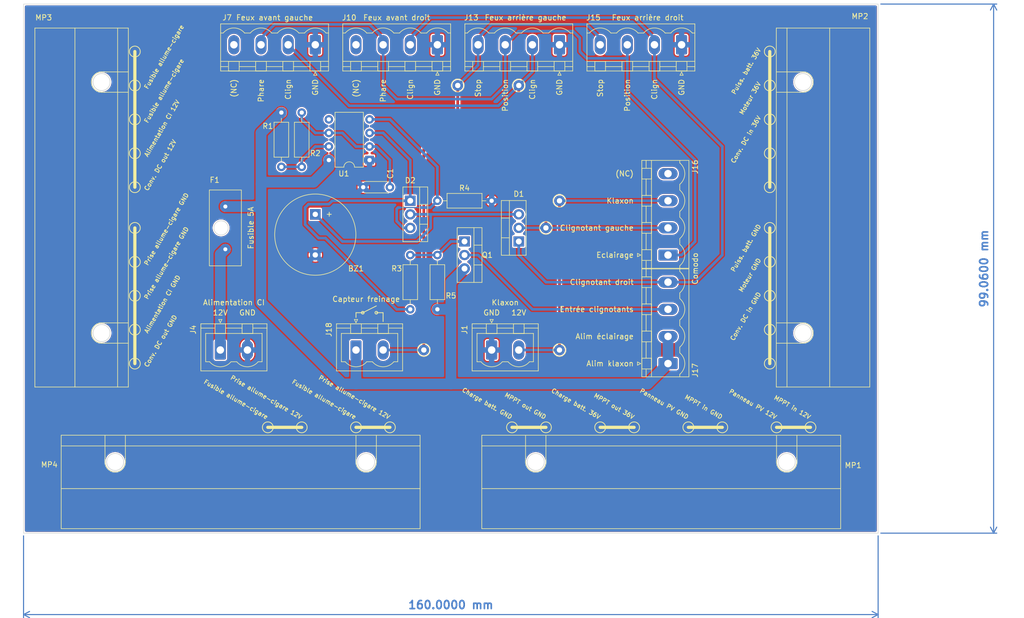
<source format=kicad_pcb>
(kicad_pcb (version 20211014) (generator pcbnew)

  (general
    (thickness 1.6)
  )

  (paper "A4")
  (layers
    (0 "F.Cu" signal)
    (31 "B.Cu" signal)
    (32 "B.Adhes" user "B.Adhesive")
    (33 "F.Adhes" user "F.Adhesive")
    (34 "B.Paste" user)
    (35 "F.Paste" user)
    (36 "B.SilkS" user "B.Silkscreen")
    (37 "F.SilkS" user "F.Silkscreen")
    (38 "B.Mask" user)
    (39 "F.Mask" user)
    (40 "Dwgs.User" user "User.Drawings")
    (41 "Cmts.User" user "User.Comments")
    (42 "Eco1.User" user "User.Eco1")
    (43 "Eco2.User" user "User.Eco2")
    (44 "Edge.Cuts" user)
    (45 "Margin" user)
    (46 "B.CrtYd" user "B.Courtyard")
    (47 "F.CrtYd" user "F.Courtyard")
    (48 "B.Fab" user)
    (49 "F.Fab" user)
    (50 "User.1" user)
    (51 "User.2" user)
    (52 "User.3" user)
    (53 "User.4" user)
    (54 "User.5" user)
    (55 "User.6" user)
    (56 "User.7" user)
    (57 "User.8" user)
    (58 "User.9" user)
  )

  (setup
    (stackup
      (layer "F.SilkS" (type "Top Silk Screen"))
      (layer "F.Paste" (type "Top Solder Paste"))
      (layer "F.Mask" (type "Top Solder Mask") (thickness 0.01))
      (layer "F.Cu" (type "copper") (thickness 0.035))
      (layer "dielectric 1" (type "core") (thickness 1.51) (material "FR4") (epsilon_r 4.5) (loss_tangent 0.02))
      (layer "B.Cu" (type "copper") (thickness 0.035))
      (layer "B.Mask" (type "Bottom Solder Mask") (thickness 0.01))
      (layer "B.Paste" (type "Bottom Solder Paste"))
      (layer "B.SilkS" (type "Bottom Silk Screen"))
      (copper_finish "None")
      (dielectric_constraints no)
    )
    (pad_to_mask_clearance 0)
    (pcbplotparams
      (layerselection 0x00010e0_ffffffff)
      (disableapertmacros false)
      (usegerberextensions false)
      (usegerberattributes true)
      (usegerberadvancedattributes true)
      (creategerberjobfile true)
      (svguseinch false)
      (svgprecision 6)
      (excludeedgelayer true)
      (plotframeref false)
      (viasonmask false)
      (mode 1)
      (useauxorigin false)
      (hpglpennumber 1)
      (hpglpenspeed 20)
      (hpglpendiameter 15.000000)
      (dxfpolygonmode true)
      (dxfimperialunits true)
      (dxfusepcbnewfont true)
      (psnegative false)
      (psa4output false)
      (plotreference true)
      (plotvalue true)
      (plotinvisibletext false)
      (sketchpadsonfab false)
      (subtractmaskfromsilk false)
      (outputformat 1)
      (mirror false)
      (drillshape 0)
      (scaleselection 1)
      (outputdirectory "")
    )
  )

  (net 0 "")
  (net 1 "GND")
  (net 2 "Net-(F1-Pad2)")
  (net 3 "Net-(D1-Pad1)")
  (net 4 "Net-(D1-Pad2)")
  (net 5 "unconnected-(J7-Pad4)")
  (net 6 "unconnected-(J10-Pad4)")
  (net 7 "Net-(J10-Pad3)")
  (net 8 "Net-(J13-Pad4)")
  (net 9 "Net-(J1-Pad2)")
  (net 10 "/Flasher/Out")
  (net 11 "unconnected-(J17-Pad4)")
  (net 12 "/12V_5A")
  (net 13 "Net-(Q1-Pad1)")
  (net 14 "Net-(C1-Pad1)")
  (net 15 "Net-(D2-Pad1)")
  (net 16 "Net-(D2-Pad3)")
  (net 17 "unconnected-(U1-Pad5)")
  (net 18 "Net-(R1-Pad2)")
  (net 19 "/Flasher/Enable")

  (footprint "circuit:Wago_221-500_SplicingConnectorHolder" (layer "F.Cu") (at 94.615 72.39 90))

  (footprint "Buzzer_Beeper:Buzzer_15x7.5RM7.6" (layer "F.Cu") (at 134.62 73.66 -90))

  (footprint "circuit:Strap_D2.0mm_Drill1.0mm" (layer "F.Cu") (at 172.72 49.53))

  (footprint "circuit:Wago_221-500_SplicingConnectorHolder" (layer "F.Cu") (at 120.65 120.015 180))

  (footprint "circuit:Littelfuse_FuseHolder_FL1_178.6764.0001" (layer "F.Cu") (at 117.78 76.2 -90))

  (footprint "circuit:Generic_HeaderSocket_1x02_P5.08mm_Vertical_Open" (layer "F.Cu") (at 116.84 99.06))

  (footprint "Resistor_THT:R_Axial_DIN0207_L6.3mm_D2.5mm_P10.16mm_Horizontal" (layer "F.Cu") (at 152.4 91.44 90))

  (footprint "circuit:Generic_HeaderSocket_1x04_P5.08mm_Vertical_Open" (layer "F.Cu") (at 180.34 41.91 180))

  (footprint "Package_DIP:DIP-8_W7.62mm" (layer "F.Cu") (at 144.78 63.5 180))

  (footprint "circuit:Strap_D2.0mm_Drill1.0mm" (layer "F.Cu") (at 177.8 76.2))

  (footprint "circuit:Strap_D2.0mm_Drill1.0mm" (layer "F.Cu") (at 180.34 99.06))

  (footprint "circuit:Generic_HeaderSocket_1x04_P5.08mm_Vertical_Open" (layer "F.Cu") (at 203.2 41.91 180))

  (footprint "Package_TO_SOT_THT:TO-220-3_Vertical" (layer "F.Cu") (at 172.72 78.74 90))

  (footprint "circuit:Generic_HeaderSocket_1x04_P5.08mm_Vertical_Open" (layer "F.Cu") (at 134.62 41.91 180))

  (footprint "Package_TO_SOT_THT:TO-220-3_Vertical" (layer "F.Cu") (at 152.4 71.12 -90))

  (footprint "circuit:Generic_HeaderSocket_1x04_P5.08mm_Vertical_Open" (layer "F.Cu") (at 200.66 101.6 90))

  (footprint "Resistor_THT:R_Axial_DIN0207_L6.3mm_D2.5mm_P10.16mm_Horizontal" (layer "F.Cu") (at 157.48 91.44 90))

  (footprint "circuit:Wago_221-500_SplicingConnectorHolder" (layer "F.Cu") (at 225.933 72.39 -90))

  (footprint "Resistor_THT:R_Axial_DIN0207_L6.3mm_D2.5mm_P10.16mm_Horizontal" (layer "F.Cu") (at 157.48 71.12))

  (footprint "circuit:Strap_D2.0mm_Drill1.0mm" (layer "F.Cu") (at 154.94 99.06))

  (footprint "Resistor_THT:R_Axial_DIN0207_L6.3mm_D2.5mm_P10.16mm_Horizontal" (layer "F.Cu") (at 128.27 54.61 -90))

  (footprint "Resistor_THT:R_Axial_DIN0207_L6.3mm_D2.5mm_P10.16mm_Horizontal" (layer "F.Cu") (at 132.08 64.77 90))

  (footprint "circuit:Strap_D2.0mm_Drill1.0mm" (layer "F.Cu") (at 180.34 71.12))

  (footprint "Capacitor_THT:C_Disc_D4.3mm_W1.9mm_P5.00mm" (layer "F.Cu") (at 148.59 68.58 180))

  (footprint "circuit:Strap_D2.0mm_Drill1.0mm" (layer "F.Cu") (at 161.29 49.53))

  (footprint "circuit:Generic_HeaderSocket_1x02_P5.08mm_Vertical_Open" (layer "F.Cu") (at 167.64 99.06))

  (footprint "circuit:Wago_221-500_SplicingConnectorHolder" (layer "F.Cu") (at 199.39 120.015 180))

  (footprint "circuit:Generic_HeaderSocket_1x02_P5.08mm_Vertical_Open" (layer "F.Cu") (at 142.24 99.06))

  (footprint "circuit:Generic_HeaderSocket_1x04_P5.08mm_Vertical_Open" (layer "F.Cu") (at 200.66 81.28 90))

  (footprint "Package_TO_SOT_THT:TO-220-3_Vertical" (layer "F.Cu") (at 162.56 78.74 -90))

  (footprint "circuit:Generic_HeaderSocket_1x04_P5.08mm_Vertical_Open" (layer "F.Cu") (at 157.48 41.91 180))

  (gr_circle (center 219.71 43.18) (end 219.71 44.196) (layer "F.SilkS") (width 0.15) (fill none) (tstamp 00cc452e-ba96-4e88-af55-18733b4ebc37))
  (gr_line (start 143.51 92.075) (end 146.05 90.805) (layer "F.SilkS") (width 0.15) (tstamp 037ebb6b-c1e3-482d-a0fb-4947fbe14174))
  (gr_circle (center 227.33 113.538) (end 228.346 113.538) (layer "F.SilkS") (width 0.15) (fill none) (tstamp 055fcf87-c6aa-4d3a-b430-5d09e34b74e5))
  (gr_circle (center 100.838 82.55) (end 100.838 83.566) (layer "F.SilkS") (width 0.15) (fill none) (tstamp 0b32eb5e-cf7d-4f91-a80b-b69cb363145f))
  (gr_circle (center 100.838 55.88) (end 100.838 56.896) (layer "F.SilkS") (width 0.15) (fill none) (tstamp 0d55e7a3-dc43-43c6-9a9a-2009d8d31a46))
  (gr_circle (center 219.71 101.6) (end 219.71 102.616) (layer "F.SilkS") (width 0.15) (fill none) (tstamp 0e0ef8f7-8f11-42c6-a45f-df3b4592f844))
  (gr_circle (center 100.838 76.2) (end 100.838 77.216) (layer "F.SilkS") (width 0.15) (fill none) (tstamp 1c60a30a-615f-448b-a49b-d8cc700366e8))
  (gr_circle (center 219.71 55.88) (end 219.71 56.896) (layer "F.SilkS") (width 0.15) (fill none) (tstamp 1eb217a3-880e-4df2-9811-286c14ac7f74))
  (gr_circle (center 100.838 49.53) (end 100.838 50.546) (layer "F.SilkS") (width 0.15) (fill none) (tstamp 21c33e54-0519-410a-b68d-8ed076ea3b1e))
  (gr_circle (center 219.71 95.25) (end 219.71 96.266) (layer "F.SilkS") (width 0.15) (fill none) (tstamp 22f715ec-100a-4c8e-ab3e-fe94307aa39f))
  (gr_line (start 142.24 92.075) (end 143.51 92.075) (layer "F.SilkS") (width 0.15) (tstamp 2665a517-cfa8-4700-85c7-f742ee9f908d))
  (gr_line (start 219.71 101.6) (end 219.71 76.2) (layer "F.SilkS") (width 0.6) (tstamp 267ab17e-424b-4c5b-bf96-65deaaa5db5d))
  (gr_line (start 171.45 113.538) (end 177.8 113.538) (layer "F.SilkS") (width 0.6) (tstamp 276e2239-1b6d-4c52-a207-9385ed3216ee))
  (gr_circle (center 204.47 113.538) (end 204.47 114.554) (layer "F.SilkS") (width 0.15) (fill none) (tstamp 30a29d66-4141-4259-8081-d6952d8bac58))
  (gr_line (start 142.24 92.964) (end 142.24 92.075) (layer "F.SilkS") (width 0.15) (tstamp 317163f5-2dcf-44f7-ad22-042c6ecaf6a0))
  (gr_circle (center 219.71 76.2) (end 219.71 77.216) (layer "F.SilkS") (width 0.15) (fill none) (tstamp 3415d0f1-a5ec-4da2-977b-59cdf177a34e))
  (gr_circle (center 143.51 92.075) (end 143.51 92.329) (layer "F.SilkS") (width 0.15) (fill none) (tstamp 3ba68855-4f8b-4d02-b57a-7a757e623ac6))
  (gr_line (start 147.32 93.726) (end 147.32 92.075) (layer "F.SilkS") (width 0.15) (tstamp 4884cbfa-0b58-4e04-88a2-8b0679a49cfe))
  (gr_circle (center 177.8 113.538) (end 178.816 113.538) (layer "F.SilkS") (width 0.15) (fill none) (tstamp 4ae8d5b6-ac5e-42d2-b8f3-c8cc021daa80))
  (gr_circle (center 100.838 62.23) (end 100.838 63.246) (layer "F.SilkS") (width 0.15) (fill none) (tstamp 51e3ee0a-facb-4db4-9532-340a50f8f1f2))
  (gr_circle (center 210.82 113.538) (end 211.836 113.538) (layer "F.SilkS") (width 0.15) (fill none) (tstamp 556aaf9d-07f6-43f6-8fc0-4e9785c941f1))
  (gr_circle (center 100.838 101.6) (end 100.838 102.616) (layer "F.SilkS") (width 0.15) (fill none) (tstamp 5bf0cce5-0f16-48e1-8027-73d52d0770a7))
  (gr_line (start 146.05 92.075) (end 147.32 92.075) (layer "F.SilkS") (width 0.15) (tstamp 64594d5f-3d87-4b12-b761-9dd43370d25f))
  (gr_line (start 100.838 101.6) (end 100.838 76.2) (layer "F.SilkS") (width 0.6) (tstamp 6880ab3e-a6aa-4a14-9152-a9eb9358d1fc))
  (gr_circle (center 148.59 113.538) (end 149.606 113.538) (layer "F.SilkS") (width 0.15) (fill none) (tstamp 6a0bff84-e9d8-41a3-aabe-ad4db7905799))
  (gr_circle (center 146.05 92.075) (end 146.05 92.329) (layer "F.SilkS") (width 0.15) (fill none) (tstamp 70832878-fccb-4304-88d0-2e6b8d58c95c))
  (gr_line (start 125.73 113.538) (end 132.08 113.538) (layer "F.SilkS") (width 0.6) (tstamp 762ff740-3b01-4bc8-872a-9874ec8e35e1))
  (gr_circle (center 219.71 62.23) (end 219.71 63.246) (layer "F.SilkS") (width 0.15) (fill none) (tstamp 82d429c8-e93d-4f0a-b38e-c4998fc025d4))
  (gr_circle (center 219.71 88.9) (end 219.71 89.916) (layer "F.SilkS") (width 0.15) (fill none) (tstamp 8c73b2a6-3a37-44e3-a20a-4d59420eda58))
  (gr_circle (center 132.08 113.538) (end 133.096 113.538) (layer "F.SilkS") (width 0.15) (fill none) (tstamp 8c76b169-ab5a-4294-b011-8cc6dbfede52))
  (gr_line (start 142.24 113.538) (end 148.59 113.538) (layer "F.SilkS") (width 0.6) (tstamp 91be0c4d-31d3-4e82-bf1f-77f12a0724d3))
  (gr_circle (center 100.838 68.58) (end 100.838 69.596) (layer "F.SilkS") (width 0.15) (fill none) (tstamp 92debe54-aa60-4d78-93c4-7bed450025c3))
  (gr_circle (center 187.96 113.538) (end 187.96 114.554) (layer "F.SilkS") (width 0.15) (fill none) (tstamp 9e269d91-7d17-4c00-b467-153271320d02))
  (gr_line (start 204.47 113.538) (end 210.82 113.538) (layer "F.SilkS") (width 0.6) (tstamp 9f5f49d5-5120-4673-b032-f8b828707780))
  (gr_circle (center 219.71 68.58) (end 219.71 69.596) (layer "F.SilkS") (width 0.15) (fill none) (tstamp ae522db0-de0e-46c6-a5db-2a3e5dc1e2c8))
  (gr_line (start 187.96 113.538) (end 194.31 113.538) (layer "F.SilkS") (width 0.6) (tstamp b9dd1e64-81b6-4cb3-a41a-714927a1f651))
  (gr_line (start 220.98 113.538) (end 227.33 113.538) (layer "F.SilkS") (width 0.6) (tstamp bd1578a3-4a14-4bd9-bd84-0de04e146746))
  (gr_line (start 219.71 68.58) (end 219.71 43.18) (layer "F.SilkS") (width 0.6) (tstamp c385224b-423f-40f8-919d-7bb5706505b4))
  (gr_circle (center 100.838 43.18) (end 100.838 44.196) (layer "F.SilkS") (width 0.15) (fill none) (tstamp c52275f8-949a-4fec-91e2-a5d4834b2abf))
  (gr_circle (center 194.31 113.538) (end 195.326 113.538) (layer "F.SilkS") (width 0.15) (fill none) (tstamp c623ebf3-b72b-47a6-99f0-44d878243028))
  (gr_circle (center 142.24 113.538) (end 142.24 114.554) (layer "F.SilkS") (width 0.15) (fill none) (tstamp d76ff1a7-35b0-4008-84bc-2c8ee966a14c))
  (gr_circle (center 219.71 82.55) (end 219.71 83.566) (layer "F.SilkS") (width 0.15) (fill none) (tstamp dd06bd11-c251-457b-b962-c3f96bc19116))
  (gr_circle (center 100.838 95.25) (end 100.838 96.266) (layer "F.SilkS") (width 0.15) (fill none) (tstamp e0a52752-2d8f-477c-9516-b9400a50c85b))
  (gr_line (start 100.838 68.58) (end 100.838 43.18) (layer "F.SilkS") (width 0.6) (tstamp e16a7896-6132-41a2-88b1-6a30824e02f1))
  (gr_circle (center 219.71 49.53) (end 219.71 50.546) (layer "F.SilkS") (width 0.15) (fill none) (tstamp e613b6cd-fa9d-4fee-b77c-739df61b24e7))
  (gr_circle (center 125.73 113.538) (end 125.73 114.554) (layer "F.SilkS") (width 0.15) (fill none) (tstamp ec541a50-51a5-45b4-bd93-6dc3c5da4675))
  (gr_circle (center 171.45 113.538) (end 171.45 114.554) (layer "F.SilkS") (width 0.15) (fill none) (tstamp f896295d-a092-487a-b396-fb2265acf685))
  (gr_circle (center 220.98 113.538) (end 220.98 114.554) (layer "F.SilkS") (width 0.15) (fill none) (tstamp f96da55c-37fd-441a-97cf-2faa4effb06f))
  (gr_circle (center 100.838 88.9) (end 100.838 89.916) (layer "F.SilkS") (width 0.15) (fill none) (tstamp ff786ef8-333e-498b-b6d9-09fa2cc3b86f))
  (gr_rect (start 80 34.29) (end 240 133.35) (layer "Edge.Cuts") (width 0.1) (fill none) (tstamp baf93642-2aff-4fc6-b370-4199fa085aee))
  (gr_text "Entrée clignotants" (at 194.31 91.44) (layer "F.SilkS") (tstamp 009327c0-15ee-46e8-892a-58efec518749)
    (effects (font (size 1 1) (thickness 0.15)) (justify right))
  )
  (gr_text "Puiss. batt. 36V" (at 217.805 42.545 60) (layer "F.SilkS") (tstamp 0179d269-e1dc-4937-a3ba-dc7abdc5a4b8)
    (effects (font (size 0.8 0.8) (thickness 0.15)) (justify right))
  )
  (gr_text "Capteur freinage" (at 144.145 89.535) (layer "F.SilkS") (tstamp 10f0e3a0-addc-4d65-a2d4-724846e23a5f)
    (effects (font (size 1 1) (thickness 0.15)))
  )
  (gr_text "MPPT in GND" (at 210.82 111.76 330) (layer "F.SilkS") (tstamp 12b35428-8b71-4e7d-bfce-e55e30306b03)
    (effects (font (size 0.8 0.8) (thickness 0.15)) (justify right))
  )
  (gr_text "GND" (at 167.64 92.075) (layer "F.SilkS") (tstamp 12d9dba3-877d-4c21-a5de-a6d93121bc35)
    (effects (font (size 1 1) (thickness 0.15)))
  )
  (gr_text "MPPT out 36V" (at 194.31 111.76 330) (layer "F.SilkS") (tstamp 13bbd547-101b-46f3-94a0-1df1740595c5)
    (effects (font (size 0.8 0.8) (thickness 0.15)) (justify right))
  )
  (gr_text "Fusible 5A" (at 122.555 76.2 90) (layer "F.SilkS") (tstamp 1544f11d-aee5-4f7d-8a2a-3a2ade2a123d)
    (effects (font (size 1 1) (thickness 0.15)))
  )
  (gr_text "Klaxon" (at 170.18 90.17) (layer "F.SilkS") (tstamp 181f8ef5-8c40-480c-9ede-6f3c7b5ce2ff)
    (effects (font (size 1 1) (thickness 0.15)))
  )
  (gr_text "GND" (at 121.92 92.075) (layer "F.SilkS") (tstamp 184e2e09-0552-4371-9e84-9ca65c6d6146)
    (effects (font (size 1 1) (thickness 0.15)))
  )
  (gr_text "Charge batt. 36V" (at 187.96 111.76 330) (layer "F.SilkS") (tstamp 2069bd85-f5ab-4eeb-82ac-ac9ee9e228da)
    (effects (font (size 0.8 0.8) (thickness 0.15)) (justify right))
  )
  (gr_text "Prise allume-cigare 12V" (at 132.08 111.76 330) (layer "F.SilkS") (tstamp 21b0bf50-46d5-4c49-8311-ed3f6264e51e)
    (effects (font (size 0.8 0.8) (thickness 0.15)) (justify right))
  )
  (gr_text "MPPT out GND" (at 177.8 111.76 330) (layer "F.SilkS") (tstamp 29a589e5-3dc9-406d-8d03-2e70186b2e09)
    (effects (font (size 0.8 0.8) (thickness 0.15)) (justify right))
  )
  (gr_text "Clignotant droit" (at 194.31 86.36) (layer "F.SilkS") (tstamp 29d90419-1132-4a2b-970e-b0eccfab1cf9)
    (effects (font (size 1 1) (thickness 0.15)) (justify right))
  )
  (gr_text "GND" (at 134.62 48.26 90) (layer "F.SilkS") (tstamp 2c926ee1-e3c9-40cf-95b9-6c82dc648463)
    (effects (font (size 1 1) (thickness 0.15)) (justify right))
  )
  (gr_text "GND" (at 157.48 48.26 90) (layer "F.SilkS") (tstamp 33c457be-7434-4972-9b74-59a2a75dfe1f)
    (effects (font (size 1 1) (thickness 0.15)) (justify right))
  )
  (gr_text "12V" (at 172.72 92.075) (layer "F.SilkS") (tstamp 3464ffab-61f6-4506-aa32-74780900afde)
    (effects (font (size 1 1) (thickness 0.15)))
  )
  (gr_text "Conv. DC in GND" (at 217.805 88.265 60) (layer "F.SilkS") (tstamp 354f4214-25cc-4c1c-af90-691b93e325f6)
    (effects (font (size 0.8 0.8) (thickness 0.15)) (justify right))
  )
  (gr_text "Fusible allume-cigare" (at 142.24 111.76 330) (layer "F.SilkS") (tstamp 36a31b89-4d85-42e0-a55c-c839a34f9025)
    (effects (font (size 0.8 0.8) (thickness 0.15)) (justify right))
  )
  (gr_text "Fusible allume-cigare" (at 125.73 111.76 330) (layer "F.SilkS") (tstamp 39e7c3a6-7728-4532-abb1-94c7cefee84c)
    (effects (font (size 0.8 0.8) (thickness 0.15)) (justify right))
  )
  (gr_text "Conv. DC out 12V" (at 102.87 69.215 60) (layer "F.SilkS") (tstamp 4430018d-167b-42c4-88a6-aec09ab96fc1)
    (effects (font (size 0.8 0.8) (thickness 0.15)) (justify left))
  )
  (gr_text "Feux avant gauche" (at 127 36.83) (layer "F.SilkS") (tstamp 479e96c7-febe-46ff-b0f9-4ff5069df68d)
    (effects (font (size 1 1) (thickness 0.15)))
  )
  (gr_text "Feux arrière gauche" (at 173.99 36.83) (layer "F.SilkS") (tstamp 5050200a-ec68-42b1-b377-093dec82d41a)
    (effects (font (size 1 1) (thickness 0.15)))
  )
  (gr_text "Clign" (at 175.26 48.26 90) (layer "F.SilkS") (tstamp 5a15157a-7512-4e5c-84d4-469b0cf5e59f)
    (effects (font (size 1 1) (thickness 0.15)) (justify right))
  )
  (gr_text "Clignotant gauche" (at 194.31 76.2) (layer "F.SilkS") (tstamp 5fdd986d-182f-4920-a3f2-bb498f06298c)
    (effects (font (size 1 1) (thickness 0.15)) (justify right))
  )
  (gr_text "Panneau PV GND" (at 204.47 111.76 330) (layer "F.SilkS") (tstamp 61f9941f-5166-4352-a2f2-5b11a6cad889)
    (effects (font (size 0.8 0.8) (thickness 0.15)) (justify right))
  )
  (gr_text "Alimentation CI 12V" (at 102.87 62.865 60) (layer "F.SilkS") (tstamp 65a57779-4789-40b5-bd5a-fe715e8093a8)
    (effects (font (size 0.8 0.8) (thickness 0.15)) (justify left))
  )
  (gr_text "12V" (at 116.84 92.075) (layer "F.SilkS") (tstamp 67d847b8-f92c-4347-addf-84d787c4ca95)
    (effects (font (size 1 1) (thickness 0.15)))
  )
  (gr_text "Prise allume-cigare GND" (at 102.87 83.185 60) (layer "F.SilkS") (tstamp 6eff0d18-74e4-4ad2-b719-69c3c845f121)
    (effects (font (size 0.8 0.8) (thickness 0.15)) (justify left))
  )
  (gr_text "Clign" (at 198.12 48.26 90) (layer "F.SilkS") (tstamp 700b58be-56ba-4cb7-a015-f3877f13d200)
    (effects (font (size 1 1) (thickness 0.15)) (justify right))
  )
  (gr_text "Alimentation CI GND" (at 102.87 95.885 60) (layer "F.SilkS") (tstamp 71182d09-709a-47f7-b7f3-dac75ae64276)
    (effects (font (size 0.8 0.8) (thickness 0.15)) (justify left))
  )
  (gr_text "Charge batt. GND" (at 171.45 111.76 330) (layer "F.SilkS") (tstamp 714110b5-09b5-4edb-8143-6d8636562c61)
    (effects (font (size 0.8 0.8) (thickness 0.15)) (justify right))
  )
  (gr_text "Stop" (at 165.1 48.26 90) (layer "F.SilkS") (tstamp 722c265d-2783-4131-9fa5-c3608639bdec)
    (effects (font (size 1 1) (thickness 0.15)) (justify right))
  )
  (gr_text "Prise allume-cigare GND" (at 102.87 89.535 60) (layer "F.SilkS") (tstamp 7672544e-9c7f-4530-bed9-ccbf1fc792e2)
    (effects (font (size 0.8 0.8) (thickness 0.15)) (justify left))
  )
  (gr_text "(NC)" (at 142.24 48.26 90) (layer "F.SilkS") (tstamp 81670fe2-cb26-430f-b727-4812bc9dcec2)
    (effects (font (size 1 1) (thickness 0.15)) (justify right))
  )
  (gr_text "Clign" (at 152.4 48.26 90) (layer "F.SilkS") (tstamp 85a06cc9-afdf-41f7-b124-edeaa893efac)
    (effects (font (size 1 1) (thickness 0.15)) (justify right))
  )
  (gr_text "Clign" (at 129.54 48.26 90) (layer "F.SilkS") (tstamp 8e752887-0b98-4c6b-b65f-b332ae9a9362)
    (effects (font (size 1 1) (thickness 0.15)) (justify right))
  )
  (gr_text "Feux arrière droit" (at 196.85 36.83) (layer "F.SilkS") (tstamp 922a98d4-aa77-4c67-b89f-e480c6ae99db)
    (effects (font (size 1 1) (thickness 0.15)))
  )
  (gr_text "Fusible allume-cigare" (at 102.87 56.515 60) (layer "F.SilkS") (tstamp 93c27926-85d0-4404-b295-380ef1e37ac5)
    (effects (font (size 0.8 0.8) (thickness 0.15)) (justify left))
  )
  (gr_text "Position" (at 170.18 48.26 90) (layer "F.SilkS") (tstamp 9403f260-da8c-45a7-9c0e-fdad94d66a10)
    (effects (font (size 1 1) (thickness 0.15)) (justify right))
  )
  (gr_text "Phare" (at 147.32 48.26 90) (layer "F.SilkS") (tstamp 94258d65-465f-472b-ac8e-490f605ed077)
    (effects (font (size 1 1) (thickness 0.15)) (justify right))
  )
  (gr_text "Moteur GND" (at 217.805 81.915 60) (layer "F.SilkS") (tstamp 9a6087f4-bc8b-43cd-8846-40fb689372eb)
    (effects (font (size 0.8 0.8) (thickness 0.15)) (justify right))
  )
  (gr_text "Alim éclairage" (at 194.31 96.52) (layer "F.SilkS") (tstamp ac9c7750-93d2-41f0-97bd-67093134d658)
    (effects (font (size 1 1) (thickness 0.15)) (justify right))
  )
  (gr_text "MPPT in 12V" (at 227.33 111.76 330) (layer "F.SilkS") (tstamp ae97602b-c29e-4540-95a0-a90ab7fb8a31)
    (effects (font (size 0.8 0.8) (thickness 0.15)) (justify right))
  )
  (gr_text "Feux avant droit" (at 149.86 36.83) (layer "F.SilkS") (tstamp b2f15d2e-8ab4-4101-9c07-858be9e8e3b8)
    (effects (font (size 1 1) (thickness 0.15)))
  )
  (gr_text "Eclairage" (at 194.31 81.28) (layer "F.SilkS") (tstamp be57702c-5815-47a9-b9b9-e783c8223dc9)
    (effects (font (size 1 1) (thickness 0.15)) (justify right))
  )
  (gr_text "Phare" (at 124.46 48.26 90) (layer "F.SilkS") (tstamp bf17cf21-f1a8-4a6b-80a7-084e7c3b2eb1)
    (effects (font (size 1 1) (thickness 0.15)) (justify right))
  )
  (gr_text "Panneau PV 12V" (at 220.98 111.76 330) (layer "F.SilkS") (tstamp c002088f-cfde-4354-822c-968e274e8262)
    (effects (font (size 0.8 0.8) (thickness 0.15)) (justify right))
  )
  (gr_text "Stop" (at 187.96 48.26 90) (layer "F.SilkS") (tstamp c097cb44-de61-4987-b402-80ee892def3d)
    (effects (font (size 1 1) (thickness 0.15)) (justify right))
  )
  (gr_text "Moteur 36V" (at 217.805 48.895 60) (layer "F.SilkS") (tstamp c343e982-c378-429e-a351-6bb7a503e83b)
    (effects (font (size 0.8 0.8) (thickness 0.15)) (justify right))
  )
  (gr_text "(NC)" (at 194.31 66.04) (layer "F.SilkS") (tstamp c37607ba-c9a9-4b49-9c6b-40e258059f1a)
    (effects (font (size 1 1) (thickness 0.15)) (justify right))
  )
  (gr_text "Klaxon" (at 194.31 71.12) (layer "F.SilkS") (tstamp c62e4f50-4d66-4232-b6e1-c4686e60ff45)
    (effects (font (size 1 1) (thickness 0.15)) (justify right))
  )
  (gr_text "Alimentation CI" (at 119.38 90.17) (layer "F.SilkS") (tstamp d185276d-52f9-43b2-b205-1ad3d64318ab)
    (effects (font (size 1 1) (thickness 0.15)))
  )
  (gr_text "Conv. DC in 36V" (at 217.805 55.245 60) (layer "F.SilkS") (tstamp d6b3a406-6bda-477d-9ab9-2d46febf82b0)
    (effects (font (size 0.8 0.8) (thickness 0.15)) (justify right))
  )
  (gr_text "Alim klaxon" (at 194.31 101.6) (layer "F.SilkS") (tstamp d6dba4b6-cc89-47bc-8a8e-f65dc0b05f49)
    (effects (font (size 1 1) (thickness 0.15)) (justify right))
  )
  (gr_text "Conv. DC out GND" (at 102.87 102.235 60) (layer "F.SilkS") (tstamp d76d4d60-7c6c-4800-9139-422dfceee3ab)
    (effects (font (size 0.8 0.8) (thickness 0.15)) (justify left))
  )
  (gr_text "Position" (at 193.04 48.26 90) (layer "F.SilkS") (tstamp d996caa2-9490-43a7-b6d5-be6ef90f2813)
    (effects (font (size 1 1) (thickness 0.15)) (justify right))
  )
  (gr_text "Fusible allume-cigare" (at 102.87 50.165 60) (layer "F.SilkS") (tstamp dab41d0b-79b2-4449-b22f-6c5c4e5e953e)
    (effects (font (size 0.8 0.8) (thickness 0.15)) (justify left))
  )
  (gr_text "Comodo" (at 205.74 83.82 90) (layer "F.SilkS") (tstamp dbb9f5e6-2e8f-4c85-afe4-940d2c33e0c6)
    (effects (font (size 1 1) (thickness 0.15)))
  )
  (gr_text "(NC)" (at 119.38 48.26 90) (layer "F.SilkS") (tstamp e6c921ac-e5b4-4c56-a84a-39691a60427d)
    (effects (font (size 1 1) (thickness 0.15)) (justify right))
  )
  (gr_text "GND" (at 203.2 48.26 90) (layer "F.SilkS") (tstamp f06d498b-d592-47e6-b472-036a273bf9fc)
    (effects (font (size 1 1) (thickness 0.15)) (justify right))
  )
  (gr_text "Puiss. batt. GND" (at 217.805 75.565 60) (layer "F.SilkS") (tstamp f2a68f75-7097-4d14-aa83-0930ed3879c2)
    (effects (font (size 0.8 0.8) (thickness 0.15)) (justify right))
  )
  (gr_text "Prise allume-cigare 12V" (at 148.59 111.76 330) (layer "F.SilkS") (tstamp f5ae01be-f92f-46e1-93d8-12890137dba7)
    (effects (font (size 0.8 0.8) (thickness 0.15)) (justify right))
  )
  (gr_text "GND" (at 180.34 48.26 90) (layer "F.SilkS") (tstamp f9a58e77-e2ef-4d43-91c6-174b5c2ccb7e)
    (effects (font (size 1 1) (thickness 0.15)) (justify right))
  )
  (dimension (type aligned) (layer "B.Cu") (tstamp 4e1f1c92-8a9a-4ed5-bef2-e21d317891d9)
    (pts (xy 240 133.35) (xy 80 133.35))
    (height -15.24)
    (gr_text "160.0000 mm" (at 160 146.79) (layer "B.Cu") (tstamp 4e1f1c92-8a9a-4ed5-bef2-e21d317891d9)
      (effects (font (size 1.5 1.5) (thickness 0.3)))
    )
    (format (units 3) (units_format 1) (precision 4))
    (style (thickness 0.2) (arrow_length 1.27) (text_position_mode 0) (extension_height 0.58642) (extension_offset 0.5) keep_text_aligned)
  )
  (dimension (type aligned) (layer "B.Cu") (tstamp 7b10cdd2-34ca-4948-92f5-f31747f57471)
    (pts (xy 240 133.35) (xy 240 34.29))
    (height 21.62)
    (gr_text "99.0600 mm" (at 259.82 83.82 90) (layer "B.Cu") (tstamp 7b10cdd2-34ca-4948-92f5-f31747f57471)
      (effects (font (size 1.5 1.5) (thickness 0.3)))
    )
    (format (units 3) (units_format 1) (precision 4))
    (style (thickness 0.2) (arrow_length 1.27) (text_position_mode 0) (extension_height 0.58642) (extension_offset 0.5) keep_text_aligned)
  )

  (segment (start 116.84 81.14) (end 117.78 80.2) (width 2.032) (layer "B.Cu") (net 2) (tstamp 5c00ef32-89e2-4b31-b097-14aee8989fe3))
  (segment (start 116.84 99.06) (end 116.84 81.14) (width 2.032) (layer "B.Cu") (net 2) (tstamp bbbcfb12-5a4f-4946-9dfa-822d6c963ee0))
  (segment (start 194.31 36.83) (end 198.12 40.64) (width 0.508) (layer "B.Cu") (net 3) (tstamp 1b047a7a-a238-454e-8160-caa19366d198))
  (segment (start 205.74 86.36) (end 200.66 86.36) (width 0.508) (layer "B.Cu") (net 3) (tstamp 4873c0fa-f9f4-4a3b-9e55-0e4de707f919))
  (segment (start 172.72 81.28) (end 177.8 86.36) (width 0.508) (layer "B.Cu") (net 3) (tstamp 5b587f90-2ad8-407c-9476-dfad5d3d8252))
  (segment (start 210.82 81.28) (end 205.74 86.36) (width 0.508) (layer "B.Cu") (net 3) (tstamp 64ccd70d-4c42-4d87-b1d7-1d1154eb1bf7))
  (segment (start 210.82 60.96) (end 210.82 81.28) (width 0.508) (layer "B.Cu") (net 3) (tstamp 851ffa4c-999e-40ab-8ec3-13cd54cd130e))
  (segment (start 172.72 81.28) (end 172.72 78.74) (width 0.508) (layer "B.Cu") (net 3) (tstamp a692b0f7-add8-4118-ae2f-a8afd0a941ca))
  (segment (start 198.12 48.26) (end 210.82 60.96) (width 0.508) (layer "B.Cu") (net 3) (tstamp c704064f-8ed8-4316-8476-f78b187c2d23))
  (segment (start 152.4 40.64) (end 156.21 36.83) (width 0.508) (layer "B.Cu") (net 3) (tstamp cda60d67-cfbe-4899-8113-a44ae70f988a))
  (segment (start 200.66 86.36) (end 177.8 86.36) (width 0.508) (layer "B.Cu") (net 3) (tstamp d02ee71b-f32a-4785-b7c1-5c1bfa3a05ae))
  (segment (start 156.21 36.83) (end 194.31 36.83) (width 0.508) (layer "B.Cu") (net 3) (tstamp daf8d8a4-007f-4463-bbf7-b3835163dda3))
  (segment (start 198.12 41.91) (end 198.12 48.26) (width 0.508) (layer "B.Cu") (net 3) (tstamp e109767f-388d-43c7-b385-1f370cf9d589))
  (segment (start 172.72 50.8) (end 172.72 49.53) (width 0.508) (layer "F.Cu") (net 4) (tstamp 066b0660-1d07-45c1-8ba9-4c3f616aaebd))
  (segment (start 177.8 55.88) (end 172.72 50.8) (width 0.508) (layer "F.Cu") (net 4) (tstamp 9e26137d-40b9-4d9a-8bdb-342d3f6d1d53))
  (segment (start 177.8 76.2) (end 177.8 55.88) (width 0.508) (layer "F.Cu") (net 4) (tstamp b68338df-fb19-4766-b4fc-de93b9b184ce))
  (segment (start 172.72 76.2) (end 200.66 76.2) (width 0.508) (layer "B.Cu") (net 4) (tstamp 14455b78-79a9-4c5f-ad84-71477e1d0310))
  (segment (start 175.26 41.91) (end 175.26 46.99) (width 0.508) (layer "B.Cu") (net 4) (tstamp 217e7820-38f4-497b-bf8c-900dec9daa93))
  (segment (start 140.97 53.34) (end 129.54 41.91) (width 0.508) (layer "B.Cu") (net 4) (tstamp 34c6bc3f-52e8-4958-b11b-9647606ec695))
  (segment (start 168.91 53.34) (end 140.97 53.34) (width 0.508) (layer "B.Cu") (net 4) (tstamp 4e5ba461-1e60-409e-9441-47590a16c898))
  (segment (start 175.26 46.99) (end 172.72 49.53) (width 0.508) (layer "B.Cu") (net 4) (tstamp e40fa4f2-2500-46d2-962a-8d6b9fba4a8e))
  (segment (start 172.72 49.53) (end 168.91 53.34) (width 0.508) (layer "B.Cu") (net 4) (tstamp e98a33b8-753e-4447-9b0a-bb4b1229a761))
  (segment (start 200.66 81.28) (end 203.2 81.28) (width 0.508) (layer "B.Cu") (net 7) (tstamp 03e25e78-de0a-43c9-be9d-f1bda354831a))
  (segment (start 184.15 40.64) (end 184.15 43.18) (width 0.508) (layer "B.Cu") (net 7) (tstamp 05fe1016-7f24-412c-8dd8-9bea47170f8e))
  (segment (start 147.32 49.53) (end 147.32 41.91) (width 0.508) (layer "B.Cu") (net 7) (tstamp 06e84a9e-2ba9-459b-8c94-e28aa8258f8d))
  (segment (start 182.88 39.37) (end 184.15 40.64) (width 0.508) (layer "B.Cu") (net 7) (tstamp 0e1255eb-10f5-49d6-8156-ccbdbba5aff5))
  (segment (start 124.46 40.64) (end 127 38.1) (width 0.508) (layer "B.Cu") (net 7) (tstamp 34f760b4-3847-4c4d-8d8d-4e22a8b71931))
  (segment (start 170.18 49.53) (end 167.64 52.07) (width 0.508) (layer "B.Cu") (net 7) (tstamp 35cf3ed3-d609-4b6f-8925-bdeb5ede55ff))
  (segment (start 205.74 78.74) (end 205.74 63.5) (width 0.508) (layer "B.Cu") (net 7) (tstamp 48a0fe0d-de3e-4dd5-b912-a6f011b575a2))
  (segment (start 185.42 44.45) (end 193.04 44.45) (width 0.508) (layer "B.Cu") (net 7) (tstamp 50dfe92c-d161-4d6b-8eb1-ba6b65778db0))
  (segment (start 127 38.1) (end 144.78 38.1) (width 0.508) (layer "B.Cu") (net 7) (tstamp 57949ec2-2d6c-46b1-91e4-7d08848f1caf))
  (segment (start 205.74 63.5) (end 193.04 50.8) (width 0.508) (layer "B.Cu") (net 7) (tstamp 5ac26372-c244-46d2-960a-5df174e80e8d))
  (segment (start 170.18 41.91) (end 172.72 39.37) (width 0.508) (layer "B.Cu") (net 7) (tstamp 5bffe957-7e04-4cd6-b36c-905bebbace62))
  (segment (start 172.72 39.37) (end 182.88 39.37) (width 0.508) (layer "B.Cu") (net 7) (tstamp 82e8a220-a39e-4eb6-b33c-ff121d9860d5))
  (segment (start 193.04 50.8) (end 193.04 44.45) (width 0.508) (layer "B.Cu") (net 7) (tstamp 8f95b7ff-5c40-410e-8fcc-a6c2474a9457))
  (segment (start 149.86 52.07) (end 147.32 49.53) (width 0.508) (layer "B.Cu") (net 7) (tstamp 9372b75f-eeef-4a30-8f00-1c5e6b6be751))
  (segment (start 144.78 38.1) (end 147.32 40.64) (width 0.508) (layer "B.Cu") (net 7) (tstamp 998adf27-3512-4a25-a92d-f129f7da6074))
  (segment (start 193.04 44.45) (end 193.04 40.64) (width 0.508) (layer "B.Cu") (net 7) (tstamp a9eee6db-ef91-4896-87a5-14576d80b0ae))
  (segment (start 170.18 41.91) (end 170.18 49.53) (width 0.508) (layer "B.Cu") (net 7) (tstamp b99290c2-6f32-41e2-afff-748cb8db7787))
  (segment (start 203.2 81.28) (end 205.74 78.74) (width 0.508) (layer "B.Cu") (net 7) (tstamp ef4df4a1-07b2-4a92-87d5-495975714946))
  (segment (start 184.15 43.18) (end 185.42 44.45) (width 0.508) (layer "B.Cu") (net 7) (tstamp fc5e65ee-80f1-4e2e-a8fd-410525239d57))
  (segment (start 167.64 52.07) (end 149.86 52.07) (width 0.508) (layer "B.Cu") (net 7) (tstamp fe67350f-eaa1-4c70-b41f-c9f514b7ab9f))
  (segment (start 154.94 60.96) (end 161.29 54.61) (width 0.508) (layer "F.Cu") (net 8) (tstamp 0ee8b4e5-4b7c-4eb6-8470-e098c46d0b47))
  (segment (start 161.29 54.61) (end 161.29 49.53) (width 0.508) (layer "F.Cu") (net 8) (tstamp 55842a66-7971-400e-b84d-cd98bb16748b))
  (segment (start 154.94 99.06) (end 154.94 60.96) (width 0.508) (layer "F.Cu") (net 8) (tstamp 97a4f443-fc7c-40c2-bb61-124358971834))
  (segment (start 147.32 99.06) (end 154.94 99.06) (width 0.508) (layer "B.Cu") (net 8) (tstamp 1648c317-22ab-4fa3-8b6d-5998287e86a6))
  (segment (start 185.42 38.1) (end 187.96 40.64) (width 0.508) (layer "B.Cu") (net 8) (tstamp 180c0a2e-c9e6-46d6-984b-e682d0446a26))
  (segment (start 165.1 45.72) (end 165.1 41.91) (width 0.508) (layer "B.Cu") (net 8) (tstamp 2544ab90-702a-4571-baca-20aad00ca95b))
  (segment (start 165.1 40.64) (end 167.64 38.1) (width 0.508) (layer "B.Cu") (net 8) (tstamp 904625df-6fca-45d3-86d5-eb2ef3cf357d))
  (segment (start 161.29 49.53) (end 165.1 45.72) (width 0.508) (layer "B.Cu") (net 8) (tstamp aaf085b3-6514-49d2-8ae3-b803085a48d6))
  (segment (start 167.64 38.1) (end 185.42 38.1) (width 0.508) (layer "B.Cu") (net 8) (tstamp b17bf977-72d6-44fc-9735-73102af16fbb))
  (segment (start 180.34 71.12) (end 180.34 99.06) (width 0.508) (layer "F.Cu") (net 9) (tstamp fc586361-934b-48b1-8167-21afb98bfced))
  (segment (start 172.72 99.06) (end 180.34 99.06) (width 0.508) (layer "B.Cu") (net 9) (tstamp 65792217-74d9-4125-94a1-cd04d3a182c0))
  (segment (start 180.34 71.12) (end 200.66 71.12) (width 0.508) (layer "B.Cu") (net 9) (tstamp 874c3ad9-c635-42f6-803b-f251bb60d266))
  (segment (start 162.56 81.28) (end 165.1 81.28) (width 0.508) (layer "B.Cu") (net 10) (tstamp 18061e97-104d-427c-bb22-4d425ed9189d))
  (segment (start 165.1 81.28) (end 175.26 91.44) (width 0.508) (layer "B.Cu") (net 10) (tstamp 8c74fe9c-1e5b-4809-b159-06bbebad21c6))
  (segment (start 200.66 91.44) (end 175.26 91.44) (width 0.508) (layer "B.Cu") (net 10) (tstamp 9fe549c8-4c96-491b-b5a8-2bc8072c6d76))
  (segment (start 137.16 63.5) (end 137.16 64.77) (width 2.032) (layer "B.Cu") (net 12) (tstamp 01142800-f1be-4d1d-a925-d3f6df7d674e))
  (segment (start 124.27 72.2) (end 124.46 72.39) (width 2.032) (layer "B.Cu") (net 12) (tstamp 06421f61-5ffa-4ff2-a7bf-86581897342b))
  (segment (start 124.46 72.39) (end 124.46 67.97) (width 2.032) (layer "B.Cu") (net 12) (tstamp 4ab5aa86-33f2-461a-a6ff-6d25c19f418e))
  (segment (start 142.24 99.06) (end 142.24 105.41) (width 2.032) (layer "B.Cu") (net 12) (tstamp 4cf02094-338c-4a64-9d5b-9e43ede2e1b7))
  (segment (start 160.02 86.36) (end 160.02 91.44) (width 2.032) (layer "B.Cu") (net 12) (tstamp 4fdd993c-5c3d-474b-b3af-c6c58d274593))
  (segment (start 124.46 67.97) (end 124.46 58.42) (width 2.032) (layer "B.Cu") (net 12) (tstamp 5d6064c3-dc2f-4cf7-b3d6-ac7265d93423))
  (segment (start 157.48 91.44) (end 160.02 91.44) (width 2.032) (layer "B.Cu") (net 12) (tstamp 6fb278c1-7142-4181-a0c7-b2383ba5f8de))
  (segment (start 139.7 105.41) (end 124.46 90.17) (width 2.032) (layer "B.Cu") (net 12) (tstamp 807079a5-0548-4890-9fff-cfac8f06853f))
  (segment (start 134.29 67.64) (end 124.79 67.64) (width 2.032) (layer "B.Cu") (net 12) (tstamp 8f2ef603-d6cc-44df-bde8-0c7e52876947))
  (segment (start 162.56 83.82) (end 160.02 86.36) (width 2.032) (layer "B.Cu") (net 12) (tstamp 92f583c5-d38b-4b74-ba0f-1b574822bbb5))
  (segment (start 137.16 64.77) (end 134.29 67.64) (width 2.032) (layer "B.Cu") (net 12) (tstamp 954fe668-763c-4bb2-86ab-1df8c97fca10))
  (segment (start 200.66 101.6) (end 200.66 96.52) (width 2.032) (layer "B.Cu") (net 12) (tstamp a314a824-fad8-4089-b47c-abfff9fe858c))
  (segment (start 124.46 90.17) (end 124.46 72.39) (width 2.032) (layer "B.Cu") (net 12) (tstamp ac40faa8-0117-4cbe-8882-b0a1e1249aae))
  (segment (start 142.24 105.41) (end 139.7 105.41) (width 2.032) (layer "B.Cu") (net 12) (tstamp ae22858b-69f7-4bf3-b3c6-5a3614fbe736))
  (segment (start 117.78 72.2) (end 124.27 72.2) (width 2.032) (layer "B.Cu") (net 12) (tstamp b029f28e-858e-4a20-b585-2041a0048cdc))
  (segment (start 200.66 101.6) (end 196.85 105.41) (width 2.032) (layer "B.Cu") (net 12) (tstamp bb60c27b-6813-4804-aca3-5ecdca15bc9d))
  (segment (start 196.85 105.41) (end 160.02 105.41) (width 2.032) (layer "B.Cu") (net 12) (tstamp bc6421e5-6ed3-4d92-9d7f-f1cb7c10b6a8))
  (segment (start 160.02 91.44) (end 160.02 105.41) (width 2.032) (layer "B.Cu") (net 12) (tstamp dcdbecc4-2a6d-4b20-887c-d6b78b9fccc7))
  (segment (start 142.24 105.41) (end 160.02 105.41) (width 2.032) (layer "B.Cu") (net 12) (tstamp e4a75217-8fef-4cd5-9b6d-bcb303252c29))
  (segment (start 124.46 58.42) (end 128.27 54.61) (width 2.032) (layer "B.Cu") (net 12) (tstamp e8ebad8d-192b-4dd2-9973-a234bed5431c))
  (segment (start 124.46 67.97) (end 124.79 67.64) (width 2.032) (layer "B.Cu") (net 12) (tstamp ec80747d-a736-46b5-8202-23df4e9fc60d))
  (segment (start 152.4 81.28) (end 157.48 81.28) (width 0.508) (layer "B.Cu") (net 13) (tstamp 3667c40b-78ee-4f7e-879a-7b548adf15e3))
  (segment (start 160.02 78.74) (end 162.56 78.74) (width 0.508) (layer "B.Cu") (net 13) (tstamp 8ebe02ae-fd00-4276-8eeb-416aa6ee8694))
  (segment (start 157.48 81.28) (end 160.02 78.74) (width 0.508) (layer "B.Cu") (net 13) (tstamp 8fc6e47c-3da4-4de1-91bf-59e65ae7c9f7))
  (segment (start 134.62 58.42) (end 132.08 55.88) (width 0.508) (layer "B.Cu") (net 14) (tstamp 2bc34181-4cff-43c7-adfd-0ab3a41a6000))
  (segment (start 137.16 58.42) (end 134.62 58.42) (width 0.508) (layer "B.Cu") (net 14) (tstamp 8bd97122-9994-4064-abb2-d583db8912ed))
  (segment (start 139.7 58.42) (end 137.16 58.42) (width 0.508) (layer "B.Cu") (net 14) (tstamp 9711f522-98ea-4734-9311-0f306e9f5c07))
  (segment (start 142.24 60.96) (end 139.7 58.42) (width 0.508) (layer "B.Cu") (net 14) (tstamp cb17ed89-bc6a-4268-80c2-848f2c79e084))
  (segment (start 144.78 60.96) (end 146.05 60.96) (width 0.508) (layer "B.Cu") (net 14) (tstamp d0448cb0-3060-46f6-a1c8-a5c23aeefe3f))
  (segment (start 148.59 63.5) (end 148.59 68.58) (width 0.508) (layer "B.Cu") (net 14) (tstamp dbd06097-2022-4fa4-93bb-0e67b068e587))
  (segment (start 144.78 60.96) (end 142.24 60.96) (width 0.508) (layer "B.Cu") (net 14) (tstamp dde71bc1-10b8-409c-8f9d-ee3a98a70433))
  (segment (start 146.05 60.96) (end 148.59 63.5) (width 0.508) (layer "B.Cu") (net 14) (tstamp f85596f0-a250-42e4-89f6-ca7d63048c8a))
  (segment (start 132.08 55.88) (end 132.08 54.61) (width 0.508) (layer "B.Cu") (net 14) (tstamp feec1fc7-db65-4787-9976-58ed433bad69))
  (segment (start 149.86 91.44) (end 152.4 91.44) (width 0.508) (layer "B.Cu") (net 15) (tstamp 09730a5b-aaf3-45b5-a2b5-18d5fdd69005))
  (segment (start 152.4 71.12) (end 152.4 63.5) (width 0.508) (layer "B.Cu") (net 15) (tstamp 0a985bd3-487a-47f5-bb09-8168e96453f3))
  (segment (start 132.715 75.565) (end 135.255 78.105) (width 0.508) (layer "B.Cu") (net 15) (tstamp 15e15050-7d99-466e-a9b7-4850ada12e9a))
  (segment (start 137.16 71.755) (end 133.35 71.755) (width 0.508) (layer "B.Cu") (net 15) (tstamp 17cd8863-f4bc-4aa1-8c3a-c47c2fba945c))
  (segment (start 147.32 58.42) (end 144.78 58.42) (width 0.508) (layer "B.Cu") (net 15) (tstamp 268ce3c4-2175-43dc-8399-d87021b7eb4b))
  (segment (start 152.4 71.12) (end 137.795 71.12) (width 0.508) (layer "B.Cu") (net 15) (tstamp 339ed90a-177f-490f-8799-6697c5a116cc))
  (segment (start 135.255 78.105) (end 136.525 78.105) (width 0.508) (layer "B.Cu") (net 15) (tstamp 62905c38-1919-4433-96af-6f1c921a0569))
  (segment (start 136.525 78.105) (end 149.86 91.44) (width 0.508) (layer "B.Cu") (net 15) (tstamp 81c3d13c-c708-48bc-8354-563c9e9fe4b3))
  (segment (start 152.4 63.5) (end 147.32 58.42) (width 0.508) (layer "B.Cu") (net 15) (tstamp 8b0c2bf7-d681-4de2-b30e-b1eeeafe165d))
  (segment (start 137.795 71.12) (end 137.16 71.755) (width 0.508) (layer "B.Cu") (net 15) (tstamp 923fdb0e-153f-4425-973a-0e8d0267df00))
  (segment (start 133.35 71.755) (end 132.715 72.39) (width 0.508) (layer "B.Cu") (net 15) (tstamp b0b5abb6-edd6-4923-a614-f8b9025fbe0d))
  (segment (start 132.715 72.39) (end 132.715 75.565) (width 0.508) (layer "B.Cu") (net 15) (tstamp cb9fe9cf-4843-464f-89da-e97e119e635e))
  (segment (start 151.13 76.2) (end 149.86 74.93) (width 0.508) (layer "B.Cu") (net 16) (tstamp 107b76e2-28a0-4465-bb04-5e4cf733a08d))
  (segment (start 144.78 55.88) (end 148.59 55.88) (width 0.508) (layer "B.Cu") (net 16) (tstamp 209e9a77-97d6-4eaf-b25b-434b20f1d52a))
  (segment (start 149.86 74.93) (end 149.86 72.644) (width 0.508) (layer "B.Cu") (net 16) (tstamp 27e783e2-0252-4fda-b605-6841fe3aef05))
  (segment (start 150.114 72.39) (end 150.495 72.39) (width 0.508) (layer "B.Cu") (net 16) (tstamp 3ccc6725-895c-4fb4-875c-3e4a2a5ef80f))
  (segment (start 157.48 71.12) (end 156.21 72.39) (width 0.508) (layer "B.Cu") (net 16) (tstamp 46906232-a72c-4302-baa0-17995eb52b12))
  (segment (start 152.4 76.2) (end 151.13 76.2) (width 0.508) (layer "B.Cu") (net 16) (tstamp 660d926b-159a-40e7-9f19-0e38aec17197))
  (segment (start 148.59 55.88) (end 157.48 64.77) (width 0.508) (layer "B.Cu") (net 16) (tstamp 826817f2-5940-4443-9711-737156260a36))
  (segment (start 150.495 72.39) (end 154.305 72.39) (width 0.22) (layer "B.Cu") (net 16) (tstamp d4bd8bf6-9752-4114-8b92-7d12d4989462))
  (segment (start 149.86 72.644) (end 150.114 72.39) (width 0.508) (layer "B.Cu") (net 16) (tstamp e951c395-4239-4c04-ad56-51018a93bb61))
  (segment (start 156.21 72.39) (end 154.305 72.39) (width 0.508) (layer "B.Cu") (net 16) (tstamp f4631b39-2323-4f26-9068-195ab1ebcf15))
  (segment (start 157.48 64.77) (end 157.48 71.12) (width 0.508) (layer "B.Cu") (net 16) (tstamp f5e994de-b6e1-47b0-b14f-2b1a764d1732))
  (segment (start 137.16 60.96) (end 134.62 60.96) (width 0.508) (layer "B.Cu") (net 18) (tstamp 23453548-fb7f-4161-ac05-f34a6529e252))
  (segment (start 128.27 64.77) (end 132.08 64.77) (width 0.508) (layer "B.Cu") (net 18) (tstamp 4095d808-5a42-476e-b8eb-5339ae0b5785))
  (segment (start 134.62 60.96) (end 132.08 63.5) (width 0.508) (layer "B.Cu") (net 18) (tstamp 93498b84-90c5-430a-ab89-1f83e4167540))
  (segment (start 132.08 63.5) (end 132.08 64.77) (width 0.508) (layer "B.Cu") (net 18) (tstamp a454293e-9013-4ec9-ac54-580711a785f7))
  (segment (start 153.67 78.74) (end 139.7 78.74) (width 0.508) (layer "B.Cu") (net 19) (tstamp 6355724b-565a-431a-a0b0-e70d11940cef))
  (segment (start 156.21 73.66) (end 156.21 76.2) (width 0.508) (layer "B.Cu") (net 19) (tstamp 6e7907d5-96a1-447d-b013-d0230e7e1804))
  (segment (start 139.7 78.74) (end 134.62 73.66) (width 0.508) (layer "B.Cu") (net 19) (tstamp 71282260-2869-40e6-b97e-482a3719fe04))
  (segment (start 152.4 73.66) (end 156.21 73.66) (width 0.508) (layer "B.Cu") (net 19) (tstamp 8f7bcdde-539b-45da-86a1-87fb30d95084))
  (segment (start 156.21 76.2) (end 153.67 78.74) (width 0.508) (layer "B.Cu") (net 19) (tstamp c4fd47e4-bd0f-42ea-ad5a-3e5fd46b1aa8))
  (segment (start 156.21 73.66) (end 172.72 73.66) (width 0.508) (layer "B.Cu") (net 19) (tstamp f7fabeaa-4b75-4c70-9356-1c1eab5dbd1a))

  (zone (net 0) (net_name "") (layer "F.Cu") (tstamp 12d1213e-ccd4-4390-993a-9d0e2019c98b) (hatch edge 0.508)
    (connect_pads (clearance 0.254))
    (min_thickness 0.508) (filled_areas_thickness no)
    (fill yes (thermal_gap 0.508) (thermal_bridge_width 1.016) (island_removal_mode 1) (island_area_min 0))
    (polygon
      (pts
        (xy 240.03 133.35)
        (xy 80.01 133.35)
        (xy 80.01 34.29)
        (xy 240.03 34.29)
      )
    )
    (filled_polygon
      (layer "F.Cu")
      (island)
      (pts
        (xy 239.589319 34.563758)
        (xy 239.671398 34.618602)
        (xy 239.726242 34.700681)
        (xy 239.7455 34.7975)
        (xy 239.7455 132.8425)
        (xy 239.726242 132.939319)
        (xy 239.671398 133.021398)
        (xy 239.589319 133.076242)
        (xy 239.4925 133.0955)
        (xy 80.5075 133.0955)
        (xy 80.410681 133.076242)
        (xy 80.328602 133.021398)
        (xy 80.273758 132.939319)
        (xy 80.2545 132.8425)
        (xy 80.2545 119.9566)
        (xy 95.29668 119.9566)
        (xy 95.298975 120.015)
        (xy 95.306991 120.219022)
        (xy 95.354174 120.477373)
        (xy 95.437289 120.726499)
        (xy 95.554677 120.961429)
        (xy 95.703995 121.177474)
        (xy 95.710068 121.184043)
        (xy 95.710073 121.18405)
        (xy 95.876189 121.363753)
        (xy 95.876196 121.363759)
        (xy 95.882265 121.370325)
        (xy 95.889198 121.375969)
        (xy 95.889204 121.375975)
        (xy 96.014669 121.478119)
        (xy 96.085929 121.536134)
        (xy 96.310924 121.671592)
        (xy 96.552761 121.773997)
        (xy 96.695663 121.811887)
        (xy 96.797972 121.839014)
        (xy 96.797977 121.839015)
        (xy 96.806614 121.841305)
        (xy 97.067418 121.872173)
        (xy 97.168136 121.8698)
        (xy 97.321036 121.866197)
        (xy 97.321043 121.866196)
        (xy 97.32997 121.865986)
        (xy 97.58903 121.822866)
        (xy 97.839431 121.743675)
        (xy 97.920931 121.704539)
        (xy 98.068106 121.633867)
        (xy 98.06811 121.633865)
        (xy 98.076175 121.629992)
        (xy 98.216643 121.536134)
        (xy 98.2871 121.489056)
        (xy 98.287104 121.489053)
        (xy 98.294539 121.484085)
        (xy 98.490167 121.308867)
        (xy 98.659154 121.107832)
        (xy 98.79813 120.884992)
        (xy 98.842811 120.783925)
        (xy 98.900704 120.652974)
        (xy 98.900705 120.65297)
        (xy 98.90432 120.644794)
        (xy 98.975607 120.39203)
        (xy 99.010568 120.131742)
        (xy 99.014237 120.015)
        (xy 99.010102 119.9566)
        (xy 142.28668 119.9566)
        (xy 142.288975 120.015)
        (xy 142.296991 120.219022)
        (xy 142.344174 120.477373)
        (xy 142.427289 120.726499)
        (xy 142.544677 120.961429)
        (xy 142.693995 121.177474)
        (xy 142.700068 121.184043)
        (xy 142.700073 121.18405)
        (xy 142.866189 121.363753)
        (xy 142.866196 121.363759)
        (xy 142.872265 121.370325)
        (xy 142.879198 121.375969)
        (xy 142.879204 121.375975)
        (xy 143.004669 121.478119)
        (xy 143.075929 121.536134)
        (xy 143.300924 121.671592)
        (xy 143.542761 121.773997)
        (xy 143.685663 121.811887)
        (xy 143.787972 121.839014)
        (xy 143.787977 121.839015)
        (xy 143.796614 121.841305)
        (xy 144.057418 121.872173)
        (xy 144.158136 121.8698)
        (xy 144.311036 121.866197)
        (xy 144.311043 121.866196)
        (xy 144.31997 121.865986)
        (xy 144.57903 121.822866)
        (xy 144.829431 121.743675)
        (xy 144.910931 121.704539)
        (xy 145.058106 121.633867)
        (xy 145.05811 121.633865)
        (xy 145.066175 121.629992)
        (xy 145.206643 121.536134)
        (xy 145.2771 121.489056)
        (xy 145.277104 121.489053)
        (xy 145.284539 121.484085)
        (xy 145.480167 121.308867)
        (xy 145.649154 121.107832)
        (xy 145.78813 120.884992)
        (xy 145.832811 120.783925)
        (xy 145.890704 120.652974)
        (xy 145.890705 120.65297)
        (xy 145.89432 120.644794)
        (xy 145.965607 120.39203)
        (xy 146.000568 120.131742)
        (xy 146.004237 120.015)
        (xy 146.000102 119.9566)
        (xy 174.03668 119.9566)
        (xy 174.038975 120.015)
        (xy 174.046991 120.219022)
        (xy 174.094174 120.477373)
        (xy 174.177289 120.726499)
        (xy 174.294677 120.961429)
        (xy 174.443995 121.177474)
        (xy 174.450068 121.184043)
        (xy 174.450073 121.18405)
        (xy 174.616189 121.363753)
        (xy 174.616196 121.363759)
        (xy 174.622265 121.370325)
        (xy 174.629198 121.375969)
        (xy 174.629204 121.375975)
        (xy 174.754669 121.478119)
        (xy 174.825929 121.536134)
        (xy 175.050924 121.671592)
        (xy 175.292761 121.773997)
        (xy 175.435663 121.811887)
        (xy 175.537972 121.839014)
        (xy 175.537977 121.839015)
        (xy 175.546614 121.841305)
        (xy 175.807418 121.872173)
        (xy 175.908136 121.8698)
        (xy 176.061036 121.866197)
        (xy 176.061043 121.866196)
        (xy 176.06997 121.865986)
        (xy 176.32903 121.822866)
        (xy 176.579431 121.743675)
        (xy 176.660931 121.704539)
        (xy 176.808106 121.633867)
        (xy 176.80811 121.633865)
        (xy 176.816175 121.629992)
        (xy 176.956643 121.536134)
        (xy 177.0271 121.489056)
        (xy 177.027104 121.489053)
        (xy 177.034539 121.484085)
        (xy 177.230167 121.308867)
        (xy 177.399154 121.107832)
        (xy 177.53813 120.884992)
        (xy 177.582811 120.783925)
        (xy 177.640704 120.652974)
        (xy 177.640705 120.65297)
        (xy 177.64432 120.644794)
        (xy 177.715607 120.39203)
        (xy 177.750568 120.131742)
        (xy 177.754237 120.015)
        (xy 177.750102 119.9566)
        (xy 221.02668 119.9566)
        (xy 221.028975 120.015)
        (xy 221.036991 120.219022)
        (xy 221.084174 120.477373)
        (xy 221.167289 120.726499)
        (xy 221.284677 120.961429)
        (xy 221.433995 121.177474)
        (xy 221.440068 121.184043)
        (xy 221.440073 121.18405)
        (xy 221.606189 121.363753)
        (xy 221.606196 121.363759)
        (xy 221.612265 121.370325)
        (xy 221.619198 121.375969)
        (xy 221.619204 121.375975)
        (xy 221.744669 121.478119)
        (xy 221.815929 121.536134)
        (xy 222.040924 121.671592)
        (xy 222.282761 121.773997)
        (xy 222.425663 121.811887)
        (xy 222.527972 121.839014)
        (xy 222.527977 121.839015)
        (xy 222.536614 121.841305)
        (xy 222.797418 121.872173)
        (xy 222.898136 121.8698)
        (xy 223.051036 121.866197)
        (xy 223.051043 121.866196)
        (xy 223.05997 121.865986)
        (xy 223.31903 121.822866)
        (xy 223.569431 121.743675)
        (xy 223.650931 121.704539)
        (xy 223.798106 121.633867)
        (xy 223.79811 121.633865)
        (xy 223.806175 121.629992)
        (xy 223.946643 121.536134)
        (xy 224.0171 121.489056)
        (xy 224.017104 121.489053)
        (xy 224.024539 121.484085)
        (xy 224.220167 121.308867)
        (xy 224.389154 121.107832)
        (xy 224.52813 120.884992)
        (xy 224.572811 120.783925)
        (xy 224.630704 120.652974)
        (xy 224.630705 120.65297)
        (xy 224.63432 120.644794)
        (xy 224.705607 120.39203)
        (xy 224.740568 120.131742)
        (xy 224.744237 120.015)
        (xy 224.739472 119.947698)
        (xy 224.726321 119.761951)
        (xy 224.72632 119.761945)
        (xy 224.725689 119.753031)
        (xy 224.715186 119.704243)
        (xy 224.672298 119.505039)
        (xy 224.672297 119.505037)
        (xy 224.670414 119.496289)
        (xy 224.579515 119.249897)
        (xy 224.454806 119.018771)
        (xy 224.329975 118.849763)
        (xy 224.304087 118.814713)
        (xy 224.304082 118.814707)
        (xy 224.298775 118.807522)
        (xy 224.183026 118.689941)
        (xy 224.120807 118.626737)
        (xy 224.120805 118.626735)
        (xy 224.114535 118.620366)
        (xy 223.905764 118.461036)
        (xy 223.849881 118.42974)
        (xy 223.684434 118.337085)
        (xy 223.684431 118.337084)
        (xy 223.676625 118.332712)
        (xy 223.668286 118.329486)
        (xy 223.668282 118.329484)
        (xy 223.554158 118.285333)
        (xy 223.431691 118.237954)
        (xy 223.36139 118.221659)
        (xy 223.184566 118.180673)
        (xy 223.184559 118.180672)
        (xy 223.175849 118.178653)
        (xy 222.914204 118.155992)
        (xy 222.651976 118.170424)
        (xy 222.477673 118.205095)
        (xy 222.403169 118.219914)
        (xy 222.403167 118.219915)
        (xy 222.394397 118.221659)
        (xy 222.385963 118.224621)
        (xy 222.385955 118.224623)
        (xy 222.217496 118.283783)
        (xy 222.146608 118.308677)
        (xy 222.09192 118.337085)
        (xy 221.921491 118.425615)
        (xy 221.921485 118.425618)
        (xy 221.913551 118.42974)
        (xy 221.906278 118.434937)
        (xy 221.906272 118.434941)
        (xy 221.778469 118.526271)
        (xy 221.699878 118.582433)
        (xy 221.69341 118.588603)
        (xy 221.693409 118.588604)
        (xy 221.608608 118.6695)
        (xy 221.509851 118.76371)
        (xy 221.347261 118.969954)
        (xy 221.342773 118.97768)
        (xy 221.34277 118.977685)
        (xy 221.242607 119.150129)
        (xy 221.215354 119.197049)
        (xy 221.116761 119.440464)
        (xy 221.053448 119.695343)
        (xy 221.02668 119.9566)
        (xy 177.750102 119.9566)
        (xy 177.749472 119.947698)
        (xy 177.736321 119.761951)
        (xy 177.73632 119.761945)
        (xy 177.735689 119.753031)
        (xy 177.725186 119.704243)
        (xy 177.682298 119.505039)
        (xy 177.682297 119.505037)
        (xy 177.680414 119.496289)
        (xy 177.589515 119.249897)
        (xy 177.464806 119.018771)
        (xy 177.339975 118.849763)
        (xy 177.314087 118.814713)
        (xy 177.314082 118.814707)
        (xy 177.308775 118.807522)
        (xy 177.193026 118.689941)
        (xy 177.130807 118.626737)
        (xy 177.130805 118.626735)
        (xy 177.124535 118.620366)
        (xy 176.915764 118.461036)
        (xy 176.859881 118.42974)
        (xy 176.694434 118.337085)
        (xy 176.694431 118.337084)
        (xy 176.686625 118.332712)
        (xy 176.678286 118.329486)
        (xy 176.678282 118.329484)
        (xy 176.564158 118.285333)
        (xy 176.441691 118.237954)
        (xy 176.37139 118.221659)
        (xy 176.194566 118.180673)
        (xy 176.194559 118.180672)
        (xy 176.185849 118.178653)
        (xy 175.924204 118.155992)
        (xy 175.661976 118.170424)
        (xy 175.487673 118.205095)
        (xy 175.413169 118.219914)
        (xy 175.413167 118.219915)
        (xy 175.404397 118.221659)
        (xy 175.395963 118.224621)
        (xy 175.395955 118.224623)
        (xy 175.227496 118.283783)
        (xy 175.156608 118.308677)
        (xy 175.10192 118.337085)
        (xy 174.931491 118.425615)
        (xy 174.931485 118.425618)
        (xy 174.923551 118.42974)
        (xy 174.916278 118.434937)
        (xy 174.916272 118.434941)
        (xy 174.788469 118.526271)
        (xy 174.709878 118.582433)
        (xy 174.70341 118.588603)
        (xy 174.703409 118.588604)
        (xy 174.618608 118.6695)
        (xy 174.519851 118.76371)
        (xy 174.357261 118.969954)
        (xy 174.352773 118.97768)
        (xy 174.35277 118.977685)
        (xy 174.252607 119.150129)
        (xy 174.225354 119.197049)
        (xy 174.126761 119.440464)
        (xy 174.063448 119.695343)
        (xy 174.03668 119.9566)
        (xy 146.000102 119.9566)
        (xy 145.999472 119.947698)
        (xy 145.986321 119.761951)
        (xy 145.98632 119.761945)
        (xy 145.985689 119.753031)
        (xy 145.975186 119.704243)
        (xy 145.932298 119.505039)
        (xy 145.932297 119.505037)
        (xy 145.930414 119.496289)
        (xy 145.839515 119.249897)
        (xy 145.714806 119.018771)
        (xy 145.589975 118.849763)
        (xy 145.564087 118.814713)
        (xy 145.564082 118.814707)
        (xy 145.558775 118.807522)
        (xy 145.443026 118.689941)
        (xy 145.380807 118.626737)
        (xy 145.380805 118.626735)
        (xy 145.374535 118.620366)
        (xy 145.165764 118.461036)
        (xy 145.109881 118.42974)
        (xy 144.944434 118.337085)
        (xy 144.944431 118.337084)
        (xy 144.936625 118.332712)
        (xy 144.928286 118.329486)
        (xy 144.928282 118.329484)
        (xy 144.814158 118.285333)
        (xy 144.691691 118.237954)
        (xy 144.62139 118.221659)
        (xy 144.444566 118.180673)
        (xy 144.444559 118.180672)
        (xy 144.435849 118.178653)
        (xy 144.174204 118.155992)
        (xy 143.911976 118.170424)
        (xy 143.737673 118.205095)
        (xy 143.663169 118.219914)
        (xy 143.663167 118.219915)
        (xy 143.654397 118.221659)
        (xy 143.645963 118.224621)
        (xy 143.645955 118.224623)
        (xy 143.477496 118.283783)
        (xy 143.406608 118.308677)
        (xy 143.35192 118.337085)
        (xy 143.181491 118.425615)
        (xy 143.181485 118.425618)
        (xy 143.173551 118.42974)
        (xy 143.166278 118.434937)
        (xy 143.166272 118.434941)
        (xy 143.038469 118.526271)
        (xy 142.959878 118.582433)
        (xy 142.95341 118.588603)
        (xy 142.953409 118.588604)
        (xy 142.868608 118.6695)
        (xy 142.769851 118.76371)
        (xy 142.607261 118.969954)
        (xy 142.602773 118.97768)
        (xy 142.60277 118.977685)
        (xy 142.502607 119.150129)
        (xy 142.475354 119.197049)
        (xy 142.376761 119.440464)
        (xy 142.313448 119.695343)
        (xy 142.28668 119.9566)
        (xy 99.010102 119.9566)
        (xy 99.009472 119.947698)
        (xy 98.996321 119.761951)
        (xy 98.99632 119.761945)
        (xy 98.995689 119.753031)
        (xy 98.985186 119.704243)
        (xy 98.942298 119.505039)
        (xy 98.942297 119.505037)
        (xy 98.940414 119.496289)
        (xy 98.849515 119.249897)
        (xy 98.724806 119.018771)
        (xy 98.599975 118.849763)
        (xy 98.574087 118.814713)
        (xy 98.574082 118.814707)
        (xy 98.568775 118.807522)
        (xy 98.453026 118.689941)
        (xy 98.390807 118.626737)
        (xy 98.390805 118.626735)
        (xy 98.384535 118.620366)
        (xy 98.175764 118.461036)
        (xy 98.119881 118.42974)
        (xy 97.954434 118.337085)
        (xy 97.954431 118.337084)
        (xy 97.946625 118.332712)
        (xy 97.938286 118.329486)
        (xy 97.938282 118.329484)
        (xy 97.824158 118.285333)
        (xy 97.701691 118.237954)
        (xy 97.63139 118.221659)
        (xy 97.454566 118.180673)
        (xy 97.454559 118.180672)
        (xy 97.445849 118.178653)
        (xy 97.184204 118.155992)
        (xy 96.921976 118.170424)
        (xy 96.747673 118.205095)
        (xy 96.673169 118.219914)
        (xy 96.673167 118.219915)
        (xy 96.664397 118.221659)
        (xy 96.655963 118.224621)
        (xy 96.655955 118.224623)
        (xy 96.487496 118.283783)
        (xy 96.416608 118.308677)
        (xy 96.36192 118.337085)
        (xy 96.191491 118.425615)
        (xy 96.191485 118.425618)
        (xy 96.183551 118.42974)
        (xy 96.176278 118.434937)
        (xy 96.176272 118.434941)
        (xy 96.048469 118.526271)
        (xy 95.969878 118.582433)
        (xy 95.96341 118.588603)
        (xy 95.963409 118.588604)
        (xy 95.878608 118.6695)
        (xy 95.779851 118.76371)
        (xy 95.617261 118.969954)
        (xy 95.612773 118.97768)
        (xy 95.61277 118.977685)
        (xy 95.512607 119.150129)
        (xy 95.485354 119.197049)
        (xy 95.386761 119.440464)
        (xy 95.323448 119.695343)
        (xy 95.29668 119.9566)
        (xy 80.2545 119.9566)
        (xy 80.2545 95.8266)
        (xy 92.75668 95.8266)
        (xy 92.758975 95.885)
        (xy 92.766991 96.089022)
        (xy 92.814174 96.347373)
        (xy 92.897289 96.596499)
        (xy 93.014677 96.831429)
        (xy 93.019764 96.838789)
        (xy 93.019765 96.838791)
        (xy 93.145211 97.020296)
        (xy 93.163995 97.047474)
        (xy 93.170068 97.054043)
        (xy 93.170073 97.05405)
        (xy 93.336189 97.233753)
        (xy 93.336196 97.233759)
        (xy 93.342265 97.240325)
        (xy 93.349198 97.245969)
        (xy 93.349204 97.245975)
        (xy 93.474669 97.348119)
        (xy 93.545929 97.406134)
        (xy 93.770924 97.541592)
        (xy 93.779164 97.545081)
        (xy 94.001003 97.639018)
        (xy 94.012761 97.643997)
        (xy 94.155663 97.681887)
        (xy 94.257972 97.709014)
        (xy 94.257977 97.709015)
        (xy 94.266614 97.711305)
        (xy 94.527418 97.742173)
        (xy 94.628136 97.7398)
        (xy 94.781036 97.736197)
        (xy 94.781043 97.736196)
        (xy 94.78997 97.735986)
        (xy 95.04903 97.692866)
        (xy 95.299431 97.613675)
        (xy 95.380931 97.574539)
        (xy 95.528106 97.503867)
        (xy 95.52811 97.503865)
        (xy 95.536175 97.499992)
        (xy 95.582414 97.469096)
        (xy 115.5455 97.469096)
        (xy 115.545501 99.061399)
        (xy 115.545501 100.657756)
        (xy 115.552202 100.719449)
        (xy 115.570814 100.769096)
        (xy 115.590561 100.821772)
        (xy 115.602929 100.854765)
        (xy 115.689596 100.970404)
        (xy 115.805235 101.057071)
        (xy 115.822111 101.063398)
        (xy 115.822114 101.063399)
        (xy 115.873761 101.08276)
        (xy 115.940551 101.107798)
        (xy 115.956319 101.109511)
        (xy 115.995429 101.11376)
        (xy 115.995434 101.11376)
        (xy 116.002243 101.1145)
        (xy 116.009096 101.1145)
        (xy 116.840734 101.114499)
        (xy 117.677756 101.114499)
        (xy 117.684547 101.113761)
        (xy 117.684554 101.113761)
        (xy 117.704585 101.111585)
        (xy 117.739449 101.107798)
        (xy 117.806239 101.08276)
        (xy 117.857886 101.063399)
        (xy 117.857889 101.063398)
        (xy 117.874765 101.057071)
        (xy 117.990404 100.970404)
        (xy 118.077071 100.854765)
        (xy 118.08944 100.821772)
        (xy 118.109186 100.769096)
        (xy 118.127798 100.719449)
        (xy 118.1345 100.657757)
        (xy 118.1345 99.876523)
        (xy 120.6255 99.876523)
        (xy 120.640296 100.045646)
        (xy 120.698921 100.264436)
        (xy 120.794648 100.469722)
        (xy 120.924567 100.655267)
        (xy 121.084733 100.815433)
        (xy 121.093773 100.821763)
        (xy 121.093778 100.821767)
        (xy 121.203229 100.898404)
        (xy 121.270277 100.945352)
        (xy 121.475564 101.041079)
        (xy 121.486235 101.043938)
        (xy 121.486237 101.043939)
        (xy 121.547287 101.060297)
        (xy 121.694354 101.099704)
        (xy 121.92 101.119445)
        (xy 122.145646 101.099704)
        (xy 122.292713 101.060297)
        (xy 122.353763 101.043939)
        (xy 122.353765 101.043938)
        (xy 122.364436 101.041079)
        (xy 122.515998 100.970404)
        (xy 122.559716 100.950018)
        (xy 122.559717 100.950017)
        (xy 122.569722 100.945352)
        (xy 122.755267 100.815433)
        (xy 122.915433 100.655267)
        (xy 123.045352 100.469722)
        (xy 123.141079 100.264436)
        (xy 123.199704 100.045646)
        (xy 123.2145 99.876523)
        (xy 123.2145 98.243477)
        (xy 123.199704 98.074354)
        (xy 123.141079 97.855564)
        (xy 123.045352 97.650278)
        (xy 122.918488 97.469096)
        (xy 140.9455 97.469096)
        (xy 140.945501 99.061388)
        (xy 140.945501 100.657756)
        (xy 140.952202 100.719449)
        (xy 140.970814 100.769096)
        (xy 140.990561 100.821772)
        (xy 141.002929 100.854765)
        (xy 141.089596 100.970404)
        (xy 141.205235 101.057071)
        (xy 141.222111 101.063398)
        (xy 141.222114 101.063399)
        (xy 141.273761 101.08276)
        (xy 141.340551 101.107798)
        (xy 141.356319 101.109511)
        (xy 141.395429 101.11376)
        (xy 141.395434 101.11376)
        (xy 141.402243 101.1145)
        (xy 141.409096 101.1145)
        (xy 142.240734 101.114499)
        (xy 143.077756 101.114499)
        (xy 143.084547 101.113761)
        (xy 143.084554 101.113761)
        (xy 143.104585 101.111585)
        (xy 143.139449 101.107798)
        (xy 143.206239 101.08276)
        (xy 143.257886 101.063399)
        (xy 143.257889 101.063398)
        (xy 143.274765 101.057071)
        (xy 143.390404 100.970404)
       
... [499749 chars truncated]
</source>
